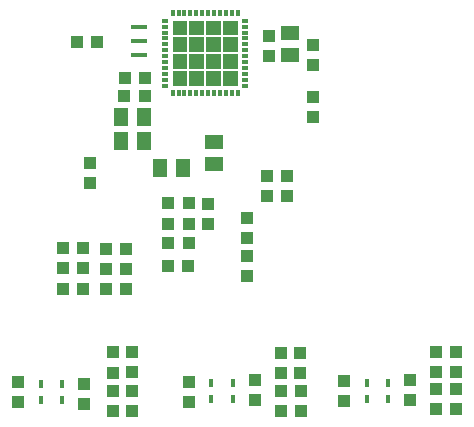
<source format=gbr>
G04 EAGLE Gerber RS-274X export*
G75*
%MOMM*%
%FSLAX34Y34*%
%LPD*%
%INSolderpaste Bottom*%
%IPPOS*%
%AMOC8*
5,1,8,0,0,1.08239X$1,22.5*%
G01*
%ADD10R,1.100000X1.000000*%
%ADD11R,1.300000X1.500000*%
%ADD12R,1.000000X1.100000*%
%ADD13R,1.500000X1.300000*%
%ADD14R,0.550000X0.300000*%
%ADD15R,0.300000X0.550000*%
%ADD16R,1.399997X0.400000*%
%ADD17R,0.300000X0.650000*%

G36*
X-12047Y427849D02*
X-12047Y427849D01*
X-12045Y427848D01*
X-12002Y427868D01*
X-11958Y427886D01*
X-11958Y427888D01*
X-11956Y427889D01*
X-11923Y427974D01*
X-11923Y440198D01*
X-11924Y440200D01*
X-11923Y440202D01*
X-11943Y440245D01*
X-11961Y440289D01*
X-11963Y440289D01*
X-11964Y440291D01*
X-12049Y440324D01*
X-24273Y440324D01*
X-24275Y440323D01*
X-24277Y440324D01*
X-24320Y440304D01*
X-24364Y440286D01*
X-24364Y440284D01*
X-24366Y440283D01*
X-24399Y440198D01*
X-24399Y427974D01*
X-24398Y427972D01*
X-24399Y427970D01*
X-24379Y427927D01*
X-24361Y427883D01*
X-24359Y427883D01*
X-24358Y427881D01*
X-24273Y427848D01*
X-12049Y427848D01*
X-12047Y427849D01*
G37*
G36*
X2177Y427849D02*
X2177Y427849D01*
X2179Y427848D01*
X2222Y427868D01*
X2266Y427886D01*
X2266Y427888D01*
X2268Y427889D01*
X2301Y427974D01*
X2301Y440198D01*
X2300Y440200D01*
X2301Y440202D01*
X2281Y440245D01*
X2263Y440289D01*
X2261Y440289D01*
X2260Y440291D01*
X2175Y440324D01*
X-10049Y440324D01*
X-10051Y440323D01*
X-10053Y440324D01*
X-10096Y440304D01*
X-10140Y440286D01*
X-10140Y440284D01*
X-10142Y440283D01*
X-10175Y440198D01*
X-10175Y427974D01*
X-10174Y427972D01*
X-10175Y427970D01*
X-10155Y427927D01*
X-10137Y427883D01*
X-10135Y427883D01*
X-10134Y427881D01*
X-10049Y427848D01*
X2175Y427848D01*
X2177Y427849D01*
G37*
G36*
X30625Y427849D02*
X30625Y427849D01*
X30627Y427848D01*
X30670Y427868D01*
X30714Y427886D01*
X30714Y427888D01*
X30716Y427889D01*
X30749Y427974D01*
X30749Y440198D01*
X30748Y440200D01*
X30749Y440202D01*
X30729Y440245D01*
X30711Y440289D01*
X30709Y440289D01*
X30708Y440291D01*
X30623Y440324D01*
X18399Y440324D01*
X18397Y440323D01*
X18395Y440324D01*
X18352Y440304D01*
X18308Y440286D01*
X18308Y440284D01*
X18306Y440283D01*
X18273Y440198D01*
X18273Y427974D01*
X18274Y427972D01*
X18273Y427970D01*
X18293Y427927D01*
X18311Y427883D01*
X18313Y427883D01*
X18314Y427881D01*
X18399Y427848D01*
X30623Y427848D01*
X30625Y427849D01*
G37*
G36*
X16401Y427849D02*
X16401Y427849D01*
X16403Y427848D01*
X16446Y427868D01*
X16490Y427886D01*
X16490Y427888D01*
X16492Y427889D01*
X16525Y427974D01*
X16525Y440198D01*
X16524Y440200D01*
X16525Y440202D01*
X16505Y440245D01*
X16487Y440289D01*
X16485Y440289D01*
X16484Y440291D01*
X16399Y440324D01*
X4175Y440324D01*
X4173Y440323D01*
X4171Y440324D01*
X4128Y440304D01*
X4084Y440286D01*
X4084Y440284D01*
X4082Y440283D01*
X4049Y440198D01*
X4049Y427974D01*
X4050Y427972D01*
X4049Y427970D01*
X4069Y427927D01*
X4087Y427883D01*
X4089Y427883D01*
X4090Y427881D01*
X4175Y427848D01*
X16399Y427848D01*
X16401Y427849D01*
G37*
G36*
X30625Y413625D02*
X30625Y413625D01*
X30627Y413624D01*
X30670Y413644D01*
X30714Y413662D01*
X30714Y413664D01*
X30716Y413665D01*
X30749Y413750D01*
X30749Y425974D01*
X30748Y425976D01*
X30749Y425978D01*
X30729Y426021D01*
X30711Y426065D01*
X30709Y426065D01*
X30708Y426067D01*
X30623Y426100D01*
X18399Y426100D01*
X18397Y426099D01*
X18395Y426100D01*
X18352Y426080D01*
X18308Y426062D01*
X18308Y426060D01*
X18306Y426059D01*
X18273Y425974D01*
X18273Y413750D01*
X18274Y413748D01*
X18273Y413746D01*
X18293Y413703D01*
X18311Y413659D01*
X18313Y413659D01*
X18314Y413657D01*
X18399Y413624D01*
X30623Y413624D01*
X30625Y413625D01*
G37*
G36*
X2177Y413625D02*
X2177Y413625D01*
X2179Y413624D01*
X2222Y413644D01*
X2266Y413662D01*
X2266Y413664D01*
X2268Y413665D01*
X2301Y413750D01*
X2301Y425974D01*
X2300Y425976D01*
X2301Y425978D01*
X2281Y426021D01*
X2263Y426065D01*
X2261Y426065D01*
X2260Y426067D01*
X2175Y426100D01*
X-10049Y426100D01*
X-10051Y426099D01*
X-10053Y426100D01*
X-10096Y426080D01*
X-10140Y426062D01*
X-10140Y426060D01*
X-10142Y426059D01*
X-10175Y425974D01*
X-10175Y413750D01*
X-10174Y413748D01*
X-10175Y413746D01*
X-10155Y413703D01*
X-10137Y413659D01*
X-10135Y413659D01*
X-10134Y413657D01*
X-10049Y413624D01*
X2175Y413624D01*
X2177Y413625D01*
G37*
G36*
X-12047Y413625D02*
X-12047Y413625D01*
X-12045Y413624D01*
X-12002Y413644D01*
X-11958Y413662D01*
X-11958Y413664D01*
X-11956Y413665D01*
X-11923Y413750D01*
X-11923Y425974D01*
X-11924Y425976D01*
X-11923Y425978D01*
X-11943Y426021D01*
X-11961Y426065D01*
X-11963Y426065D01*
X-11964Y426067D01*
X-12049Y426100D01*
X-24273Y426100D01*
X-24275Y426099D01*
X-24277Y426100D01*
X-24320Y426080D01*
X-24364Y426062D01*
X-24364Y426060D01*
X-24366Y426059D01*
X-24399Y425974D01*
X-24399Y413750D01*
X-24398Y413748D01*
X-24399Y413746D01*
X-24379Y413703D01*
X-24361Y413659D01*
X-24359Y413659D01*
X-24358Y413657D01*
X-24273Y413624D01*
X-12049Y413624D01*
X-12047Y413625D01*
G37*
G36*
X16401Y413625D02*
X16401Y413625D01*
X16403Y413624D01*
X16446Y413644D01*
X16490Y413662D01*
X16490Y413664D01*
X16492Y413665D01*
X16525Y413750D01*
X16525Y425974D01*
X16524Y425976D01*
X16525Y425978D01*
X16505Y426021D01*
X16487Y426065D01*
X16485Y426065D01*
X16484Y426067D01*
X16399Y426100D01*
X4175Y426100D01*
X4173Y426099D01*
X4171Y426100D01*
X4128Y426080D01*
X4084Y426062D01*
X4084Y426060D01*
X4082Y426059D01*
X4049Y425974D01*
X4049Y413750D01*
X4050Y413748D01*
X4049Y413746D01*
X4069Y413703D01*
X4087Y413659D01*
X4089Y413659D01*
X4090Y413657D01*
X4175Y413624D01*
X16399Y413624D01*
X16401Y413625D01*
G37*
G36*
X16401Y399401D02*
X16401Y399401D01*
X16403Y399400D01*
X16446Y399420D01*
X16490Y399438D01*
X16490Y399440D01*
X16492Y399441D01*
X16525Y399526D01*
X16525Y411750D01*
X16524Y411752D01*
X16525Y411754D01*
X16505Y411797D01*
X16487Y411841D01*
X16485Y411841D01*
X16484Y411843D01*
X16399Y411876D01*
X4175Y411876D01*
X4173Y411875D01*
X4171Y411876D01*
X4128Y411856D01*
X4084Y411838D01*
X4084Y411836D01*
X4082Y411835D01*
X4049Y411750D01*
X4049Y399526D01*
X4050Y399524D01*
X4049Y399522D01*
X4069Y399479D01*
X4087Y399435D01*
X4089Y399435D01*
X4090Y399433D01*
X4175Y399400D01*
X16399Y399400D01*
X16401Y399401D01*
G37*
G36*
X2177Y399401D02*
X2177Y399401D01*
X2179Y399400D01*
X2222Y399420D01*
X2266Y399438D01*
X2266Y399440D01*
X2268Y399441D01*
X2301Y399526D01*
X2301Y411750D01*
X2300Y411752D01*
X2301Y411754D01*
X2281Y411797D01*
X2263Y411841D01*
X2261Y411841D01*
X2260Y411843D01*
X2175Y411876D01*
X-10049Y411876D01*
X-10051Y411875D01*
X-10053Y411876D01*
X-10096Y411856D01*
X-10140Y411838D01*
X-10140Y411836D01*
X-10142Y411835D01*
X-10175Y411750D01*
X-10175Y399526D01*
X-10174Y399524D01*
X-10175Y399522D01*
X-10155Y399479D01*
X-10137Y399435D01*
X-10135Y399435D01*
X-10134Y399433D01*
X-10049Y399400D01*
X2175Y399400D01*
X2177Y399401D01*
G37*
G36*
X30625Y399401D02*
X30625Y399401D01*
X30627Y399400D01*
X30670Y399420D01*
X30714Y399438D01*
X30714Y399440D01*
X30716Y399441D01*
X30749Y399526D01*
X30749Y411750D01*
X30748Y411752D01*
X30749Y411754D01*
X30729Y411797D01*
X30711Y411841D01*
X30709Y411841D01*
X30708Y411843D01*
X30623Y411876D01*
X18399Y411876D01*
X18397Y411875D01*
X18395Y411876D01*
X18352Y411856D01*
X18308Y411838D01*
X18308Y411836D01*
X18306Y411835D01*
X18273Y411750D01*
X18273Y399526D01*
X18274Y399524D01*
X18273Y399522D01*
X18293Y399479D01*
X18311Y399435D01*
X18313Y399435D01*
X18314Y399433D01*
X18399Y399400D01*
X30623Y399400D01*
X30625Y399401D01*
G37*
G36*
X-12047Y399401D02*
X-12047Y399401D01*
X-12045Y399400D01*
X-12002Y399420D01*
X-11958Y399438D01*
X-11958Y399440D01*
X-11956Y399441D01*
X-11923Y399526D01*
X-11923Y411750D01*
X-11924Y411752D01*
X-11923Y411754D01*
X-11943Y411797D01*
X-11961Y411841D01*
X-11963Y411841D01*
X-11964Y411843D01*
X-12049Y411876D01*
X-24273Y411876D01*
X-24275Y411875D01*
X-24277Y411876D01*
X-24320Y411856D01*
X-24364Y411838D01*
X-24364Y411836D01*
X-24366Y411835D01*
X-24399Y411750D01*
X-24399Y399526D01*
X-24398Y399524D01*
X-24399Y399522D01*
X-24379Y399479D01*
X-24361Y399435D01*
X-24359Y399435D01*
X-24358Y399433D01*
X-24273Y399400D01*
X-12049Y399400D01*
X-12047Y399401D01*
G37*
G36*
X30625Y385177D02*
X30625Y385177D01*
X30627Y385176D01*
X30670Y385196D01*
X30714Y385214D01*
X30714Y385216D01*
X30716Y385217D01*
X30749Y385302D01*
X30749Y397526D01*
X30748Y397528D01*
X30749Y397530D01*
X30729Y397573D01*
X30711Y397617D01*
X30709Y397617D01*
X30708Y397619D01*
X30623Y397652D01*
X18399Y397652D01*
X18397Y397651D01*
X18395Y397652D01*
X18352Y397632D01*
X18308Y397614D01*
X18308Y397612D01*
X18306Y397611D01*
X18273Y397526D01*
X18273Y385302D01*
X18274Y385300D01*
X18273Y385298D01*
X18293Y385255D01*
X18311Y385211D01*
X18313Y385211D01*
X18314Y385209D01*
X18399Y385176D01*
X30623Y385176D01*
X30625Y385177D01*
G37*
G36*
X16401Y385177D02*
X16401Y385177D01*
X16403Y385176D01*
X16446Y385196D01*
X16490Y385214D01*
X16490Y385216D01*
X16492Y385217D01*
X16525Y385302D01*
X16525Y397526D01*
X16524Y397528D01*
X16525Y397530D01*
X16505Y397573D01*
X16487Y397617D01*
X16485Y397617D01*
X16484Y397619D01*
X16399Y397652D01*
X4175Y397652D01*
X4173Y397651D01*
X4171Y397652D01*
X4128Y397632D01*
X4084Y397614D01*
X4084Y397612D01*
X4082Y397611D01*
X4049Y397526D01*
X4049Y385302D01*
X4050Y385300D01*
X4049Y385298D01*
X4069Y385255D01*
X4087Y385211D01*
X4089Y385211D01*
X4090Y385209D01*
X4175Y385176D01*
X16399Y385176D01*
X16401Y385177D01*
G37*
G36*
X2177Y385177D02*
X2177Y385177D01*
X2179Y385176D01*
X2222Y385196D01*
X2266Y385214D01*
X2266Y385216D01*
X2268Y385217D01*
X2301Y385302D01*
X2301Y397526D01*
X2300Y397528D01*
X2301Y397530D01*
X2281Y397573D01*
X2263Y397617D01*
X2261Y397617D01*
X2260Y397619D01*
X2175Y397652D01*
X-10049Y397652D01*
X-10051Y397651D01*
X-10053Y397652D01*
X-10096Y397632D01*
X-10140Y397614D01*
X-10140Y397612D01*
X-10142Y397611D01*
X-10175Y397526D01*
X-10175Y385302D01*
X-10174Y385300D01*
X-10175Y385298D01*
X-10155Y385255D01*
X-10137Y385211D01*
X-10135Y385211D01*
X-10134Y385209D01*
X-10049Y385176D01*
X2175Y385176D01*
X2177Y385177D01*
G37*
G36*
X-12047Y385177D02*
X-12047Y385177D01*
X-12045Y385176D01*
X-12002Y385196D01*
X-11958Y385214D01*
X-11958Y385216D01*
X-11956Y385217D01*
X-11923Y385302D01*
X-11923Y397526D01*
X-11924Y397528D01*
X-11923Y397530D01*
X-11943Y397573D01*
X-11961Y397617D01*
X-11963Y397617D01*
X-11964Y397619D01*
X-12049Y397652D01*
X-24273Y397652D01*
X-24275Y397651D01*
X-24277Y397652D01*
X-24320Y397632D01*
X-24364Y397614D01*
X-24364Y397612D01*
X-24366Y397611D01*
X-24399Y397526D01*
X-24399Y385302D01*
X-24398Y385300D01*
X-24399Y385298D01*
X-24379Y385255D01*
X-24361Y385211D01*
X-24359Y385211D01*
X-24358Y385209D01*
X-24273Y385176D01*
X-12049Y385176D01*
X-12047Y385177D01*
G37*
D10*
X-65088Y376833D03*
X-48088Y376833D03*
D11*
X-48628Y338098D03*
X-67628Y338098D03*
D10*
X-105583Y422633D03*
X-88583Y422633D03*
X-64943Y392153D03*
X-47943Y392153D03*
D11*
X-48628Y358418D03*
X-67628Y358418D03*
D12*
X56896Y427124D03*
X56896Y410124D03*
D13*
X74898Y411219D03*
X74898Y430219D03*
D10*
X94456Y419917D03*
X94456Y402917D03*
X94456Y376006D03*
X94456Y359006D03*
X-94338Y319723D03*
X-94338Y302723D03*
D14*
X-30625Y385243D03*
X-30625Y390244D03*
X-30625Y395246D03*
X-30625Y400247D03*
X-30625Y405248D03*
X-30625Y410249D03*
X-30625Y415251D03*
X-30625Y420252D03*
X-30625Y425253D03*
X-30625Y430254D03*
X-30625Y435256D03*
X-30625Y440257D03*
D15*
X-24332Y446550D03*
X-19331Y446550D03*
X-14329Y446550D03*
X-9328Y446550D03*
X-4327Y446550D03*
X674Y446550D03*
X5676Y446550D03*
X10677Y446550D03*
X15678Y446550D03*
X20679Y446550D03*
X25681Y446550D03*
X30682Y446550D03*
D14*
X36975Y440257D03*
X36975Y435256D03*
X36975Y430254D03*
X36975Y425253D03*
X36975Y420252D03*
X36975Y415251D03*
X36975Y410249D03*
X36975Y405248D03*
X36975Y400247D03*
X36975Y395246D03*
X36975Y390244D03*
X36975Y385243D03*
D15*
X30682Y378950D03*
X25681Y378950D03*
X20679Y378950D03*
X15678Y378950D03*
X10677Y378950D03*
X5676Y378950D03*
X674Y378950D03*
X-4327Y378950D03*
X-9328Y378950D03*
X-14329Y378950D03*
X-19331Y378950D03*
X-24332Y378950D03*
D16*
X-53181Y411069D03*
X-53181Y423069D03*
X-53181Y435069D03*
D17*
X-117837Y132626D03*
X-117837Y119126D03*
D10*
X-99124Y115643D03*
X-99124Y132643D03*
X-155416Y117167D03*
X-155416Y134167D03*
D17*
X-136125Y132626D03*
X-136125Y119126D03*
D11*
X-15900Y315436D03*
X-34900Y315436D03*
D13*
X10954Y318795D03*
X10954Y337795D03*
D10*
X198882Y160202D03*
X198882Y143202D03*
X198723Y111452D03*
X198723Y128452D03*
D12*
X-10868Y251778D03*
X-27868Y251778D03*
X215868Y160202D03*
X215868Y143202D03*
D10*
X215710Y128452D03*
X215710Y111452D03*
D17*
X26689Y133642D03*
X26689Y120142D03*
D10*
X45561Y118818D03*
X45561Y135818D03*
X-10827Y117738D03*
X-10827Y134738D03*
D17*
X8147Y133642D03*
X8147Y120142D03*
X158261Y133642D03*
X158261Y120142D03*
D10*
X176371Y119453D03*
X176371Y136453D03*
X120872Y118373D03*
X120872Y135373D03*
D17*
X140227Y133642D03*
X140227Y120142D03*
D12*
X-11376Y232728D03*
X-28376Y232728D03*
D10*
X67310Y159154D03*
X67310Y142154D03*
X67310Y109928D03*
X67310Y126928D03*
D12*
X83661Y159313D03*
X83661Y142313D03*
D10*
X83979Y126928D03*
X83979Y109928D03*
X-74962Y159408D03*
X-74962Y142408D03*
X-74962Y110182D03*
X-74962Y127182D03*
D12*
X-58611Y159567D03*
X-58611Y142567D03*
D10*
X-58293Y127182D03*
X-58293Y110182D03*
D12*
X-10868Y285591D03*
X-27868Y285591D03*
D10*
X5398Y268043D03*
X5398Y285043D03*
D12*
X-10868Y268129D03*
X-27868Y268129D03*
D10*
X38735Y255978D03*
X38735Y272978D03*
D12*
X-81049Y230505D03*
X-64049Y230505D03*
X-64049Y213201D03*
X-81049Y213201D03*
D10*
X-81049Y247333D03*
X-64049Y247333D03*
X72476Y291783D03*
X55476Y291783D03*
D12*
X55794Y309086D03*
X72794Y309086D03*
D10*
X38894Y240751D03*
X38894Y223751D03*
D12*
X-116895Y230537D03*
X-99895Y230537D03*
X-117053Y212757D03*
X-100053Y212757D03*
D10*
X-117053Y247523D03*
X-100053Y247523D03*
M02*

</source>
